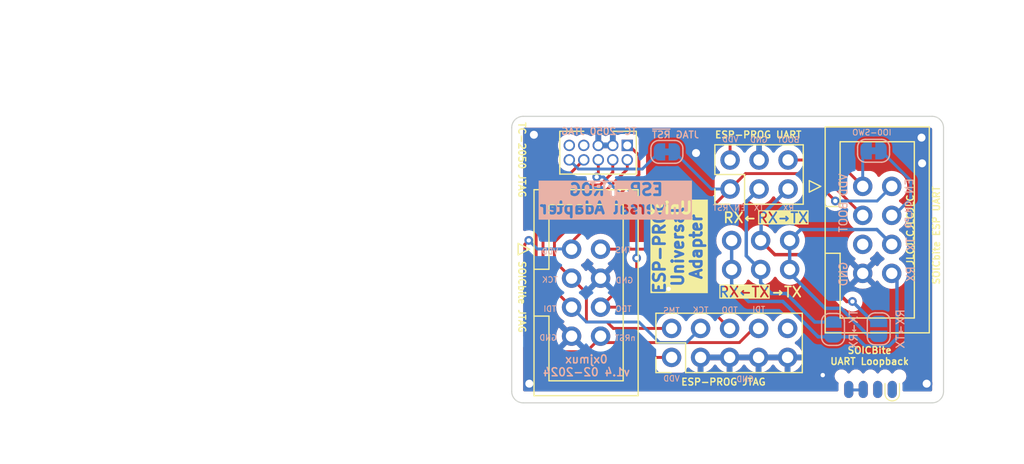
<source format=kicad_pcb>
(kicad_pcb (version 20240108) (generator "pcbnew") (generator_version "8.0")
  (title_block (title "ESP-PROG Universal Adapter") (date "2024-02-19") (rev "v1.4") (company "jacobbokor.com"))
  (layers (0 "F.Cu" signal) (31 "B.Cu" signal) (34 "B.Paste" user) (35 "F.Paste" user) (36 "B.SilkS" user "B.Silkscreen") (37 "F.SilkS" user "F.Silkscreen") (38 "B.Mask" user) (39 "F.Mask" user) (44 "Edge.Cuts" user))
  (net 0 "")
  (net 1 "/VDD_U")
  (net 2 "/ESP_TXD0")
  (net 3 "Earth")
  (net 4 "/ESP_TMS")
  (net 5 "/ESP_RXD0")
  (net 6 "/ESP_EN")
  (net 7 "/CH_PD")
  (net 8 "/ESP_TCK")
  (net 9 "/ESP_TDO")
  (net 10 "/ESP_TDI")
  (net 11 "/ESP_BOOT")
  (net 14 "/JTAG_VDD")
  (net 16 "/ESPPROG_TX")
  (net 17 "/ESPPROG_RX")
  (net 22 "Net-(J5-RX)")
  (net 26 "Net-(J3-~{RESET})")
  (footprint "jmux-footprints:SOIC_clipProgSmall" (layer "F.Cu") (at 147.68 83.455)
    (property "Reference" "J5" (hide yes))
    (property "Value" "SOICBite connector UART Loopback" (hide yes))
    (fp_line (start 1.27 -0.381) (end 1.27 -1.27) (stroke (width 0.1)) (layer "F.SilkS"))
    (fp_line (start 2.54 -0.381) (end 2.54 -1.27) (stroke (width 0.1)) (layer "F.SilkS"))
    (fp_arc (start 2.54 -0.381) (mid 1.905 0.254) (end 1.27 -0.381) (stroke (width 0.1)) (layer "F.SilkS"))
    (pad "" np_thru_hole circle (at -2.54 -1.905) (size 0.7 0.7) (drill 0.7) (layers "*.Cu" "*.Mask"))
    (pad "" np_thru_hole circle (at -1.27 -1.905) (size 0.7 0.7) (drill 0.7) (layers "*.Cu" "*.Mask"))
    (pad "" np_thru_hole circle (at 0 -1.905) (size 0.7 0.7) (drill 0.7) (layers "*.Cu" "*.Mask"))
    (pad "" np_thru_hole circle (at 1.27 -1.905) (size 0.7 0.7) (drill 0.7) (layers "*.Cu" "*.Mask"))
    (pad "" np_thru_hole circle (at 2.54 -1.905) (size 0.7 0.7) (drill 0.7) (layers "*.Cu" "*.Mask"))
    (pad "1" smd oval (at 1.905 -0.75) (size 0.8 1.5) (layers "F.Cu" "F.Mask"))
    (pad "2" smd oval (at 0.635 -0.75) (size 0.8 1.5) (layers "F.Cu" "F.Mask"))
    (pad "3" smd oval (at -0.635 -0.75) (size 0.8 1.5) (layers "F.Cu" "F.Mask"))
    (pad "4" smd oval (at -1.905 -0.75) (size 0.8 1.5) (layers "F.Cu" "F.Mask"))
    (pad "5" smd oval (at -1.905 -0.75) (size 0.8 1.5) (layers "B.Cu" "B.Mask") (net 22 "Net-(J5-RX)"))
    (pad "6" smd oval (at -0.635 -0.75) (size 0.8 1.5) (layers "B.Cu" "B.Mask") (net 22 "Net-(J5-RX)"))
    (pad "7" smd oval (at 0.635 -0.75) (size 0.8 1.5) (layers "B.Cu" "B.Mask"))
    (pad "8" smd oval (at 1.905 -0.75) (size 0.8 1.5) (layers "B.Cu" "B.Mask"))
  )
  (footprint "jmux-footprints:TC-2050-IDC-SOCKET" (layer "F.Cu") (at 117.2684 63.994 -90)
    (property "Reference" "J3" (hide yes))
    (property "Value" "DebugHeader_Cortex-M_JTAG_10p_TagConnect" (hide yes))
    (fp_line (start -3.9 -3.2) (end -3.9 -5.3) (stroke (width 0.12)) (layer "F.SilkS"))
    (fp_line (start -3.85 -3.2) (end -0.15 -3.2) (stroke (width 0.12)) (layer "F.SilkS"))
    (fp_line (start -3.9 -9.9) (end -3.9 -7.9) (stroke (width 0.12)) (layer "F.SilkS"))
    (fp_line (start -3.9 -9.9) (end -0.15 -9.9) (stroke (width 0.12)) (layer "F.SilkS"))
    (fp_line (start -0.15 -9.9) (end -0.15 -3.2) (stroke (width 0.12)) (layer "F.SilkS"))
    (pad "1" thru_hole rect (at -2.664 -9.1116 270) (size 1 1) (drill 0.7) (layers "*.Cu" "*.Mask") (net 14 "/JTAG_VDD"))
    (pad "2" thru_hole oval (at -1.394 -9.1116 270) (size 1 1) (drill 0.7) (layers "*.Cu" "*.Mask") (net 4 "/ESP_TMS"))
    (pad "3" thru_hole oval (at -2.664 -7.8416 270) (size 1 1) (drill 0.7) (layers "*.Cu" "*.Mask") (net 3 "Earth"))
    (pad "4" thru_hole oval (at -1.394 -7.8416 270) (size 1 1) (drill 0.7) (layers "*.Cu" "*.Mask") (net 8 "/ESP_TCK"))
    (pad "5" thru_hole oval (at -2.664 -6.5716 270) (size 1 1) (drill 0.7) (layers "*.Cu" "*.Mask") (net 3 "Earth"))
    (pad "6" thru_hole oval (at -1.394 -6.5716 270) (size 1 1) (drill 0.7) (layers "*.Cu" "*.Mask") (net 9 "/ESP_TDO"))
    (pad "7" thru_hole oval (at -2.664 -5.3016 270) (size 1 1) (drill 0.7) (layers "*.Cu" "*.Mask"))
    (pad "8" thru_hole oval (at -1.394 -5.3016 270) (size 1 1) (drill 0.7) (layers "*.Cu" "*.Mask") (net 10 "/ESP_TDI"))
    (pad "9" thru_hole oval (at -2.664 -4.0316 270) (size 1 1) (drill 0.7) (layers "*.Cu" "*.Mask"))
    (pad "10" thru_hole oval (at -1.394 -4.0316 270) (size 1 1) (drill 0.7) (layers "*.Cu" "*.Mask") (net 26 "Net-(J3-~{RESET})"))
  )
  (footprint "Connector_IDC:IDC-Header_2x04_P2.54mm_Vertical" (layer "F.Cu") (at 147 64.92)
    (property "Reference" "J7" (hide yes))
    (property "Value" "SOICBite IDC UART" (hide yes))
    (fp_line (start -4.68 -0.5) (end -4.68 0.5) (stroke (width 0.12)) (layer "F.SilkS"))
    (fp_line (start -4.68 0.5) (end -3.68 0) (stroke (width 0.12)) (layer "F.SilkS"))
    (fp_line (start -3.68 0) (end -4.68 -0.5) (stroke (width 0.12)) (layer "F.SilkS"))
    (fp_line (start -3.29 -5.21) (end 5.83 -5.21) (stroke (width 0.12)) (layer "F.SilkS"))
    (fp_line (start -3.29 1.76) (end -1.98 1.76) (stroke (width 0.12)) (layer "F.SilkS"))
    (fp_line (start -3.29 12.83) (end -3.29 -5.21) (stroke (width 0.12)) (layer "F.SilkS"))
    (fp_line (start -1.98 -3.91) (end 4.52 -3.91) (stroke (width 0.12)) (layer "F.SilkS"))
    (fp_line (start -1.98 1.76) (end -1.98 -3.91) (stroke (width 0.12)) (layer "F.SilkS"))
    (fp_line (start -1.98 5.86) (end -3.29 5.86) (stroke (width 0.12)) (layer "F.SilkS"))
    (fp_line (start -1.98 5.86) (end -1.98 5.86) (stroke (width 0.12)) (layer "F.SilkS"))
    (fp_line (start -1.98 11.53) (end -1.98 5.86) (stroke (width 0.12)) (layer "F.SilkS"))
    (fp_line (start 4.52 -3.91) (end 4.52 11.53) (stroke (width 0.12)) (layer "F.SilkS"))
    (fp_line (start 4.52 11.53) (end -1.98 11.53) (stroke (width 0.12)) (layer "F.SilkS"))
    (fp_line (start 5.83 -5.21) (end 5.83 12.83) (stroke (width 0.12)) (layer "F.SilkS"))
    (fp_line (start 5.83 12.83) (end -3.29 12.83) (stroke (width 0.12)) (layer "F.SilkS"))
    (pad "1" thru_hole circle (at 0 0) (size 1.7 1.7) (drill 1) (layers "*.Cu" "*.Mask") (net 1 "/VDD_U"))
    (pad "2" thru_hole circle (at 2.54 0) (size 1.7 1.7) (drill 1) (layers "*.Cu" "*.Mask") (net 6 "/ESP_EN"))
    (pad "3" thru_hole circle (at 0 2.54) (size 1.7 1.7) (drill 1) (layers "*.Cu" "*.Mask") (net 11 "/ESP_BOOT"))
    (pad "4" thru_hole circle (at 2.54 2.54) (size 1.7 1.7) (drill 1) (layers "*.Cu" "*.Mask") (net 7 "/CH_PD"))
    (pad "5" thru_hole circle (at 0 5.08) (size 1.7 1.7) (drill 1) (layers "*.Cu" "*.Mask"))
    (pad "6" thru_hole circle (at 2.54 5.08) (size 1.7 1.7) (drill 1) (layers "*.Cu" "*.Mask") (net 2 "/ESP_TXD0"))
    (pad "7" thru_hole circle (at 0 7.62) (size 1.7 1.7) (drill 1) (layers "*.Cu" "*.Mask") (net 3 "Earth"))
    (pad "8" thru_hole circle (at 2.54 7.62) (size 1.7 1.7) (drill 1) (layers "*.Cu" "*.Mask") (net 5 "/ESP_RXD0"))
  )
  (footprint "Connector_PinSocket_2.54mm:PinSocket_2x03_P2.54mm_Vertical" (layer "F.Cu") (at 135.382 62.611 90)
    (property "Reference" "J2" (hide yes))
    (property "Value" "CONN ESP-PROG" (hide yes))
    (fp_line (start 1.33 -1.33) (end -1.27 -1.33) (stroke (width 0.12)) (layer "F.SilkS"))
    (fp_line (start 1.33 -1.33) (end 1.33 6.41) (stroke (width 0.12)) (layer "F.SilkS"))
    (fp_line (start -1.27 -1.33) (end -1.27 1.27) (stroke (width 0.12)) (layer "F.SilkS"))
    (fp_line (start -2.54 -1.33) (end -3.87 -1.33) (stroke (width 0.12)) (layer "F.SilkS"))
    (fp_line (start -3.87 -1.33) (end -3.87 0) (stroke (width 0.12)) (layer "F.SilkS"))
    (fp_line (start -1.27 1.27) (end -3.87 1.27) (stroke (width 0.12)) (layer "F.SilkS"))
    (fp_line (start -3.87 1.27) (end -3.87 6.41) (stroke (width 0.12)) (layer "F.SilkS"))
    (fp_line (start 1.33 6.41) (end -3.87 6.41) (stroke (width 0.12)) (layer "F.SilkS"))
    (pad "1" thru_hole circle (at -2.54 0 90) (size 1.7 1.7) (drill 1) (layers "*.Cu" "*.Mask") (net 6 "/ESP_EN"))
    (pad "2" thru_hole oval (at 0 0 90) (size 1.7 1.7) (drill 1) (layers "*.Cu" "*.Mask") (net 1 "/VDD_U"))
    (pad "3" thru_hole oval (at -2.54 2.54 90) (size 1.7 1.7) (drill 1) (layers "*.Cu" "*.Mask") (net 16 "/ESPPROG_TX"))
    (pad "4" thru_hole oval (at 0 2.54 90) (size 1.7 1.7) (drill 1) (layers "*.Cu" "*.Mask") (net 3 "Earth"))
    (pad "5" thru_hole oval (at -2.54 5.08 90) (size 1.7 1.7) (drill 1) (layers "*.Cu" "*.Mask") (net 17 "/ESPPROG_RX"))
    (pad "6" thru_hole oval (at 0 5.08 90) (size 1.7 1.7) (drill 1) (layers "*.Cu" "*.Mask") (net 11 "/ESP_BOOT"))
  )
  (footprint "Connector_PinHeader_2.54mm:PinHeader_2x03_P2.54mm_Vertical" (layer "F.Cu") (at 135.52 72.2 90)
    (property "Reference" "JP1" (hide yes))
    (property "Value" "ESPPROG_TX_RX_JUMP")
    (pad "1" thru_hole circle (at 0 0 90) (size 1.7 1.7) (drill 1) (layers "*.Cu" "*.Mask") (net 5 "/ESP_RXD0"))
    (pad "2" thru_hole oval (at 2.54 0 90) (size 1.7 1.7) (drill 1) (layers "*.Cu" "*.Mask") (net 5 "/ESP_RXD0"))
    (pad "3" thru_hole oval (at 0 2.54 90) (size 1.7 1.7) (drill 1) (layers "*.Cu" "*.Mask") (net 16 "/ESPPROG_TX"))
    (pad "4" thru_hole oval (at 2.54 2.54 90) (size 1.7 1.7) (drill 1) (layers "*.Cu" "*.Mask") (net 17 "/ESPPROG_RX"))
    (pad "5" thru_hole oval (at 0 5.08 90) (size 1.7 1.7) (drill 1) (layers "*.Cu" "*.Mask") (net 2 "/ESP_TXD0"))
    (pad "6" thru_hole oval (at 2.54 5.08 90) (size 1.7 1.7) (drill 1) (layers "*.Cu" "*.Mask") (net 2 "/ESP_TXD0"))
  )
  (footprint "Connector_IDC:IDC-Header_2x04_P2.54mm_Vertical" (layer "F.Cu") (at 121.5 70.42)
    (property "Reference" "J9" (hide yes))
    (property "Value" "SOICBite IDC JTAG" (hide yes))
    (fp_line (start -4.68 -0.5) (end -4.68 0.5) (stroke (width 0.12)) (layer "F.SilkS"))
    (fp_line (start -4.68 0.5) (end -3.68 0) (stroke (width 0.12)) (layer "F.SilkS"))
    (fp_line (start -3.68 0) (end -4.68 -0.5) (stroke (width 0.12)) (layer "F.SilkS"))
    (fp_line (start -3.29 -5.21) (end 5.83 -5.21) (stroke (width 0.12)) (layer "F.SilkS"))
    (fp_line (start -3.29 1.76) (end -1.98 1.76) (stroke (width 0.12)) (layer "F.SilkS"))
    (fp_line (start -3.29 12.83) (end -3.29 -5.21) (stroke (width 0.12)) (layer "F.SilkS"))
    (fp_line (start -1.98 -3.91) (end 4.52 -3.91) (stroke (width 0.12)) (layer "F.SilkS"))
    (fp_line (start -1.98 1.76) (end -1.98 -3.91) (stroke (width 0.12)) (layer "F.SilkS"))
    (fp_line (start -1.98 5.86) (end -3.29 5.86) (stroke (width 0.12)) (layer "F.SilkS"))
    (fp_line (start -1.98 5.86) (end -1.98 5.86) (stroke (width 0.12)) (layer "F.SilkS"))
    (fp_line (start -1.98 11.53) (end -1.98 5.86) (stroke (width 0.12)) (layer "F.SilkS"))
    (fp_line (start 4.52 -3.91) (end 4.52 11.53) (stroke (width 0.12)) (layer "F.SilkS"))
    (fp_line (start 4.52 11.53) (end -1.98 11.53) (stroke (width 0.12)) (layer "F.SilkS"))
    (fp_line (start 5.83 -5.21) (end 5.83 12.83) (stroke (width 0.12)) (layer "F.SilkS"))
    (fp_line (start 5.83 12.83) (end -3.29 12.83) (stroke (width 0.12)) (layer "F.SilkS"))
    (pad "1" thru_hole circle (at 0 0) (size 1.7 1.7) (drill 1) (layers "*.Cu" "*.Mask") (net 14 "/JTAG_VDD"))
    (pad "2" thru_hole circle (at 2.54 0) (size 1.7 1.7) (drill 1) (layers "*.Cu" "*.Mask") (net 6 "/ESP_EN"))
    (pad "3" thru_hole circle (at 0 2.54) (size 1.7 1.7) (drill 1) (layers "*.Cu" "*.Mask") (net 4 "/ESP_TMS"))
    (pad "4" thru_hole circle (at 2.54 2.54) (size 1.7 1.7) (drill 1) (layers "*.Cu" "*.Mask") (net 3 "Earth"))
    (pad "5" thru_hole circle (at 0 5.08) (size 1.7 1.7) (drill 1) (layers "*.Cu" "*.Mask") (net 8 "/ESP_TCK"))
    (pad "6" thru_hole circle (at 2.54 5.08) (size 1.7 1.7) (drill 1) (layers "*.Cu" "*.Mask") (net 9 "/ESP_TDO"))
    (pad "7" thru_hole circle (at 0 7.62) (size 1.7 1.7) (drill 1) (layers "*.Cu" "*.Mask") (net 3 "Earth"))
    (pad "8" thru_hole circle (at 2.54 7.62) (size 1.7 1.7) (drill 1) (layers "*.Cu" "*.Mask") (net 10 "/ESP_TDI"))
  )
  (footprint "Jumper:SolderJumper-2_P1.3mm_Bridged_RoundedPad1.0x1.5mm" (layer "B.Cu") (at 147.95 61.8 180)
    (property "Reference" "JP2" (hide yes))
    (property "Value" "CH_PD EN" (hide yes))
    (fp_poly (pts (xy 0.25 0.3) (xy -0.25 0.3) (xy -0.25 -0.3) (xy 0.25 -0.3)) (fill solid) (layer "B.Cu"))
    (fp_line (start 1.4 0.3) (end 1.4 -0.3) (stroke (width 0.12)) (layer "B.SilkS"))
    (fp_line (start 0.7 -1) (end -0.7 -1) (stroke (width 0.12)) (layer "B.SilkS"))
    (fp_line (start -0.7 1) (end 0.7 1) (stroke (width 0.12)) (layer "B.SilkS"))
    (fp_line (start -1.4 -0.3) (end -1.4 0.3) (stroke (width 0.12)) (layer "B.SilkS"))
    (fp_arc (start 1.4 0.3) (mid 1.194975 0.794975) (end 0.7 1) (stroke (width 0.12)) (layer "B.SilkS"))
    (fp_arc (start 0.7 -1) (mid 1.194975 -0.794975) (end 1.4 -0.3) (stroke (width 0.12)) (layer "B.SilkS"))
    (fp_arc (start -0.7 1) (mid -1.194975 0.794975) (end -1.4 0.3) (stroke (width 0.12)) (layer "B.SilkS"))
    (fp_arc (start -1.4 -0.3) (mid -1.194975 -0.794975) (end -0.7 -1) (stroke (width 0.12)) (layer "B.SilkS"))
    (pad "1" smd custom (at -0.65 0 180) (size 1 0.5) (layers "B.Cu" "B.Mask") (net 7 "/CH_PD") (options (clearance outline) (anchor rect)) (primitives (gr_circle (center 0 -0.25) (end 0.5 -0.25) (width 0) (fill yes)) (gr_circle (center 0 0.25) (end 0.5 0.25) (width 0) (fill yes)) (gr_poly (pts (xy 0.5 -0.75) (xy 0 -0.75) (xy 0 0.75) (xy 0.5 0.75)) (width 0) (fill yes))))
    (pad "2" smd custom (at 0.65 0 180) (size 1 0.5) (layers "B.Cu" "B.Mask") (net 1 "/VDD_U") (options (clearance outline) (anchor rect)) (primitives (gr_circle (center 0 -0.25) (end 0.5 -0.25) (width 0) (fill yes)) (gr_circle (center 0 0.25) (end 0.5 0.25) (width 0) (fill yes)) (gr_poly (pts (xy 0 -0.75) (xy -0.5 -0.75) (xy -0.5 0.75) (xy 0 0.75)) (width 0) (fill yes))))
  )
  (footprint "Jumper:SolderJumper-2_P1.3mm_Open_RoundedPad1.0x1.5mm" (layer "B.Cu") (at 144.4 77.45 90)
    (property "Reference" "JP5" (hide yes))
    (property "Value" "TX→RX\n" (at 0 1.8 -90) (layer "B.SilkS") (effects (font (size 0.7 0.7) (thickness 0.11)) (justify mirror)))
    (fp_line (start 0.7 -1) (end -0.7 -1) (stroke (width 0.12)) (layer "B.SilkS"))
    (fp_line (start -1.4 -0.3) (end -1.4 0.3) (stroke (width 0.12)) (layer "B.SilkS"))
    (fp_line (start 1.4 0.3) (end 1.4 -0.3) (stroke (width 0.12)) (layer "B.SilkS"))
    (fp_line (start -0.7 1) (end 0.7 1) (stroke (width 0.12)) (layer "B.SilkS"))
    (fp_arc (start 0.7 -1) (mid 1.194975 -0.794975) (end 1.4 -0.3) (stroke (width 0.12)) (layer "B.SilkS"))
    (fp_arc (start -1.4 -0.3) (mid -1.194975 -0.794975) (end -0.7 -1) (stroke (width 0.12)) (layer "B.SilkS"))
    (fp_arc (start 1.4 0.3) (mid 1.194975 0.794975) (end 0.7 1) (stroke (width 0.12)) (layer "B.SilkS"))
    (fp_arc (start -0.7 1) (mid -1.194975 0.794975) (end -1.4 0.3) (stroke (width 0.12)) (layer "B.SilkS"))
    (pad "1" smd custom (at -0.65 0 90) (size 1 0.5) (layers "B.Cu" "B.Mask") (net 5 "/ESP_RXD0") (options (clearance outline) (anchor rect)) (primitives (gr_circle (center 0 -0.25) (end 0.5 -0.25) (width 0) (fill yes)) (gr_circle (center 0 0.25) (end 0.5 0.25) (width 0) (fill yes)) (gr_poly (pts (xy 0.5 -0.75) (xy 0 -0.75) (xy 0 0.75) (xy 0.5 0.75)) (width 0) (fill yes))))
    (pad "2" smd custom (at 0.65 0 90) (size 1 0.5) (layers "B.Cu" "B.Mask") (net 16 "/ESPPROG_TX") (options (clearance outline) (anchor rect)) (primitives (gr_circle (center 0 -0.25) (end 0.5 -0.25) (width 0) (fill yes)) (gr_circle (center 0 0.25) (end 0.5 0.25) (width 0) (fill yes)) (gr_poly (pts (xy 0 -0.75) (xy -0.5 -0.75) (xy -0.5 0.75) (xy 0 0.75)) (width 0) (fill yes))))
  )
  (footprint "Connector_PinSocket_2.54mm:PinSocket_2x05_P2.54mm_Vertical" (layer "B.Cu") (at 130.26 79.9 -90)
    (property "Reference" "J1" (hide yes))
    (property "Value" "Conn_02x05_Odd_Even" (hide yes))
    (fp_line (start -3.87 1.3728) (end -1.27 1.3728) (stroke (width 0.12)) (layer "F.SilkS"))
    (fp_line (start -3.87 1.3728) (end -3.87 -11.4472) (stroke (width 0.12)) (layer "F.SilkS"))
    (fp_line (start -1.27 1.3728) (end -1.27 -1.2272) (stroke (width 0.12)) (layer "F.SilkS"))
    (fp_line (start 0 1.3728) (end 1.33 1.3728) (stroke (width 0.12)) (layer "F.SilkS"))
    (fp_line (start 1.33 1.3728) (end 1.33 0.0428) (stroke (width 0.12)) (layer "F.SilkS"))
    (fp_line (start -1.27 -1.2272) (end 1.33 -1.2272) (stroke (width 0.12)) (layer "F.SilkS"))
    (fp_line (start 1.33 -1.2272) (end 1.33 -11.4472) (stroke (width 0.12)) (layer "F.SilkS"))
    (fp_line (start -3.87 -11.4472) (end 1.33 -11.4472) (stroke (width 0.12)) (layer "F.SilkS"))
    (pad "1" thru_hole circle (at 0 0 270) (size 1.7 1.7) (drill 1) (layers "*.Cu" "*.Mask") (net 14 "/JTAG_VDD"))
    (pad "2" thru_hole oval (at -2.54 0 270) (size 1.7 1.7) (drill 1) (layers "*.Cu" "*.Mask") (net 4 "/ESP_TMS"))
    (pad "3" thru_hole oval (at 0 -2.54 270) (size 1.7 1.7) (drill 1) (layers "*.Cu" "*.Mask") (net 3 "Earth"))
    (pad "4" thru_hole oval (at -2.54 -2.54 270) (size 1.7 1.7) (drill 1) (layers "*.Cu" "*.Mask") (net 8 "/ESP_TCK"))
    (pad "5" thru_hole oval (at 0 -5.08 270) (size 1.7 1.7) (drill 1) (layers "*.Cu" "*.Mask") (net 3 "Earth"))
    (pad "6" thru_hole oval (at -2.54 -5.08 270) (size 1.7 1.7) (drill 1) (layers "*.Cu" "*.Mask") (net 9 "/ESP_TDO"))
    (pad "7" thru_hole oval (at 0 -7.62 270) (size 1.7 1.7) (drill 1) (layers "*.Cu" "*.Mask") (net 3 "Earth"))
    (pad "8" thru_hole oval (at -2.54 -7.62 270) (size 1.7 1.7) (drill 1) (layers "*.Cu" "*.Mask") (net 10 "/ESP_TDI"))
    (pad "9" thru_hole oval (at 0 -10.16 270) (size 1.7 1.7) (drill 1) (layers "*.Cu" "*.Mask") (net 3 "Earth"))
    (pad "10" thru_hole oval (at -2.54 -10.16 270) (size 1.7 1.7) (drill 1) (layers "*.Cu" "*.Mask"))
  )
  (footprint "Jumper:SolderJumper-2_P1.3mm_Bridged_RoundedPad1.0x1.5mm" (layer "B.Cu") (at 129.85 61.9)
    (property "Reference" "JP7" (hide yes))
    (property "Value" "JTAG ~{RST}" (at 0.75 -1.5 0) (layer "B.SilkS") (effects (font (size 0.6 0.6) (thickness 0.11)) (justify mirror)))
    (fp_poly (pts (xy 0.25 0.3) (xy -0.25 0.3) (xy -0.25 -0.3) (xy 0.25 -0.3)) (fill solid) (layer "B.Cu"))
    (fp_line (start -1.4 -0.3) (end -1.4 0.3) (stroke (width 0.12)) (layer "B.SilkS"))
    (fp_line (start -0.7 1) (end 0.7 1) (stroke (width 0.12)) (layer "B.SilkS"))
    (fp_line (start 0.7 -1) (end -0.7 -1) (stroke (width 0.12)) (layer "B.SilkS"))
    (fp_line (start 1.4 0.3) (end 1.4 -0.3) (stroke (width 0.12)) (layer "B.SilkS"))
    (fp_arc (start -1.4 -0.3) (mid -1.194975 -0.794975) (end -0.7 -1) (stroke (width 0.12)) (layer "B.SilkS"))
    (fp_arc (start -0.7 1) (mid -1.194975 0.794975) (end -1.4 0.3) (stroke (width 0.12)) (layer "B.SilkS"))
    (fp_arc (start 0.7 -1) (mid 1.194975 -0.794975) (end 1.4 -0.3) (stroke (width 0.12)) (layer "B.SilkS"))
    (fp_arc (start 1.4 0.3) (mid 1.194975 0.794975) (end 0.7 1) (stroke (width 0.12)) (layer "B.SilkS"))
    (pad "1" smd custom (at -0.65 0) (size 1 0.5) (layers "B.Cu" "B.Mask") (net 26 "Net-(J3-~{RESET})") (options (clearance outline) (anchor rect)) (primitives (gr_circle (center 0 -0.25) (end 0.5 -0.25) (width 0) (fill yes)) (gr_circle (center 0 0.25) (end 0.5 0.25) (width 0) (fill yes)) (gr_poly (pts (xy 0.5 -0.75) (xy 0 -0.75) (xy 0 0.75) (xy 0.5 0.75)) (width 0) (fill yes))))
    (pad "2" smd custom (at 0.65 0) (size 1 0.5) (layers "B.Cu" "B.Mask") (net 6 "/ESP_EN") (options (clearance outline) (anchor rect)) (primitives (gr_circle (center 0 -0.25) (end 0.5 -0.25) (width 0) (fill yes)) (gr_circle (center 0 0.25) (end 0.5 0.25) (width 0) (fill yes)) (gr_poly (pts (xy 0 -0.75) (xy -0.5 -0.75) (xy -0.5 0.75) (xy 0 0.75)) (width 0) (fill yes))))
  )
  (footprint "Jumper:SolderJumper-2_P1.3mm_Open_RoundedPad1.0x1.5mm" (layer "B.Cu") (at 148.4 77.4 -90)
    (property "Reference" "JP6" (hide yes))
    (property "Value" "RX→TX" (at 0 -1.9 90) (layer "B.SilkS") (effects (font (size 0.7 0.7) (thickness 0.11)) (justify mirror)))
    (fp_line (start -0.7 1) (end 0.7 1) (stroke (width 0.12)) (layer "B.SilkS"))
    (fp_line (start 1.4 0.3) (end 1.4 -0.3) (stroke (width 0.12)) (layer "B.SilkS"))
    (fp_line (start -1.4 -0.3) (end -1.4 0.3) (stroke (width 0.12)) (layer "B.SilkS"))
    (fp_line (start 0.7 -1) (end -0.7 -1) (stroke (width 0.12)) (layer "B.SilkS"))
    (fp_arc (start -0.7 1) (mid -1.194975 0.794975) (end -1.4 0.3) (stroke (width 0.12)) (layer "B.SilkS"))
    (fp_arc (start 1.4 0.3) (mid 1.194975 0.794975) (end 0.7 1) (stroke (width 0.12)) (layer "B.SilkS"))
    (fp_arc (start -1.4 -0.3) (mid -1.194975 -0.794975) (end -0.7 -1) (stroke (width 0.12)) (layer "B.SilkS"))
    (fp_arc (start 0.7 -1) (mid 1.194975 -0.794975) (end 1.4 -0.3) (stroke (width 0.12)) (layer "B.SilkS"))
    (pad "1" smd custom (at -0.65 0 270) (size 1 0.5) (layers "B.Cu" "B.Mask") (net 17 "/ESPPROG_RX") (options (clearance outline) (anchor rect)) (primitives (gr_circle (center 0 -0.25) (end 0.5 -0.25) (width 0) (fill yes)) (gr_circle (center 0 0.25) (end 0.5 0.25) (width 0) (fill yes)) (gr_poly (pts (xy 0.5 -0.75) (xy 0 -0.75) (xy 0 0.75) (xy 0.5 0.75)) (width 0) (fill yes))))
    (pad "2" smd custom (at 0.65 0 270) (size 1 0.5) (layers "B.Cu" "B.Mask") (net 2 "/ESP_TXD0") (options (clearance outline) (anchor rect)) (primitives (gr_circle (center 0 -0.25) (end 0.5 -0.25) (width 0) (fill yes)) (gr_circle (center 0 0.25) (end 0.5 0.25) (width 0) (fill yes)) (gr_poly (pts (xy 0 -0.75) (xy -0.5 -0.75) (xy -0.5 0.75) (xy 0 0.75)) (width 0) (fill yes))))
  )
  (gr_line (start 154.078 59.785) (end 154.078 82.88) (stroke (width 0.1)) (layer "Edge.Cuts"))
  (gr_line (start 116.257107 82.88) (end 116.257107 59.785) (stroke (width 0.1)) (layer "Edge.Cuts"))
  (gr_line (start 117.257107 58.785) (end 153.078 58.785) (stroke (width 0.1)) (layer "Edge.Cuts"))
  (gr_arc (start 154.078 82.88) (mid 153.785107 83.587107) (end 153.078 83.88) (stroke (width 0.1)) (layer "Edge.Cuts"))
  (gr_arc (start 117.257107 83.88) (mid 116.55 83.587107) (end 116.257107 82.88) (stroke (width 0.1)) (layer "Edge.Cuts"))
  (gr_arc (start 153.078 58.785) (mid 153.785107 59.077893) (end 154.078 59.785) (stroke (width 0.1)) (layer "Edge.Cuts"))
  (gr_arc (start 116.257107 59.785) (mid 116.55 59.077893) (end 117.257107 58.785) (stroke (width 0.1)) (layer "Edge.Cuts"))
  (gr_line (start 153.078 83.88) (end 117.257107 83.88) (stroke (width 0.1)) (layer "Edge.Cuts"))
  (gr_text "nRST" (at 126.2 78.2 0) (layer "B.SilkS") (effects (font (size 0.5 0.5) (thickness 0.08)) (justify mirror)))
  (gr_text "BOOT" (at 140.5 60.833 0) (layer "B.SilkS") (effects (font (size 0.5 0.5) (thickness 0.08)) (justify mirror)))
  (gr_text "TDI" (at 137.9 75.7 0) (layer "B.SilkS") (effects (font (size 0.5 0.5) (thickness 0.08)) (justify mirror)))
  (gr_text "TCK" (at 132.8 75.75 0) (layer "B.SilkS") (effects (font (size 0.5 0.5) (thickness 0.08)) (justify mirror)))
  (gr_text "GND" (at 136.7 81.8 0) (layer "B.SilkS") (effects (font (size 0.5 0.5) (thickness 0.08)) (justify mirror)))
  (gr_text "GND" (at 126.125 73.15 0) (layer "B.SilkS") (effects (font (size 0.5 0.5) (thickness 0.08)) (justify mirror)))
  (gr_text "RX" (at 140.5 66.8 0) (layer "B.SilkS") (effects (font (size 0.5 0.5) (thickness 0.08)) (justify mirror)))
  (gr_text "TX" (at 151.2 70 90) (layer "B.SilkS") (effects (font (size 0.7 0.7) (thickness 0.11)) (justify mirror)))
  (gr_text "VDD" (at 130.25 81.75 0) (layer "B.SilkS") (effects (font (size 0.5 0.5) (thickness 0.08)) (justify mirror)))
  (gr_text "EN" (at 151.1 64.9 90) (layer "B.SilkS") (effects (font (size 0.7 0.7) (thickness 0.11)) (justify mirror)))
  (gr_text "GND" (at 145.3 72.6 90) (layer "B.SilkS") (effects (font (size 0.7 0.7) (thickness 0.11)) (justify mirror)))
  (gr_text "EN/RST" (at 135.3 66.8 0) (layer "B.SilkS") (effects (font (size 0.5 0.5) (thickness 0.08)) (justify mirror)))
  (gr_text "TDI" (at 119.6 75.65 0) (layer "B.SilkS") (effects (font (size 0.5 0.5) (thickness 0.08)) (justify mirror)))
  (gr_text "GND" (at 119.45 78.175 0) (layer "B.SilkS") (effects (font (size 0.5 0.5) (thickness 0.08)) (justify mirror)))
  (gr_text "CH_PD" (at 151 67.4 90) (layer "B.SilkS") (effects (font (size 0.5 0.5) (thickness 0.1) (bold yes)) (justify mirror)))
  (gr_text "TX" (at 137.9 66.8 0) (layer "B.SilkS") (effects (font (size 0.5 0.5) (thickness 0.08)) (justify mirror)))
  (gr_text "VDD" (at 119.6 70.625 0) (layer "B.SilkS") (effects (font (size 0.5 0.5) (thickness 0.08)) (justify mirror)))
  (gr_text "TMS" (at 126.05 70.5 0) (layer "B.SilkS") (effects (font (size 0.5 0.5) (thickness 0.08)) (justify mirror)))
  (gr_text "IO0-SWO" (at 147.8 60.2 0) (layer "B.SilkS") (effects (font (size 0.5 0.5) (thickness 0.08)) (justify mirror)))
  (gr_text "TMS" (at 130.25 75.8 0) (layer "B.SilkS") (effects (font (size 0.5 0.5) (thickness 0.08)) (justify mirror)))
  (gr_text "ESP-PROG\nUniversal Adapter" (at 125.4 67.4 0) (layer "B.SilkS" knockout) (effects (font (size 1 1) (thickness 0.24) (bold yes)) (justify bottom mirror)))
  (gr_text "BOOT" (at 145.3 67.6 90) (layer "B.SilkS") (effects (font (size 0.7 0.7) (thickness 0.11)) (justify mirror)))
  (gr_text "RX" (at 151.2 72.6 90) (layer "B.SilkS") (effects (font (size 0.7 0.7) (thickness 0.11)) (justify mirror)))
  (gr_text "TC-2050 JTAG" (at 123.9 60.45 0) (layer "B.SilkS") (effects (font (size 0.6 0.6) (thickness 0.12) (bold yes)) (justify bottom mirror)))
  (gr_text "TDO" (at 135.35 75.75 0) (layer "B.SilkS") (effects (font (size 0.5 0.5) (thickness 0.08)) (justify mirror)))
  (gr_text "TCK" (at 119.6 73.1 0) (layer "B.SilkS") (effects (font (size 0.5 0.5) (thickness 0.08)) (justify mirror)))
  (gr_text "GND" (at 137.9 60.833 0) (layer "B.SilkS") (effects (font (size 0.5 0.5) (thickness 0.08)) (justify mirror)))
  (gr_text "VDD" (at 135.4 60.8 0) (layer "B.SilkS") (effects (font (size 0.5 0.5) (thickness 0.08)) (justify mirror)))
  (gr_text "0xjmux\nv1.4 02-2024" (at 122.8 81.6 0) (layer "B.SilkS") (effects (font (size 0.7 0.7) (thickness 0.13) (bold yes)) (justify bottom mirror)))
  (gr_text "TDO" (at 126.05 75.65 0) (layer "B.SilkS") (effects (font (size 0.5 0.5) (thickness 0.08)) (justify mirror)))
  (gr_text "VDD" (at 145.3 64.8 90) (layer "B.SilkS") (effects (font (size 0.7 0.7) (thickness 0.11)) (justify mirror)))
  (gr_text "SOICbite JTAG" (at 116.8 74.6 270) (layer "F.SilkS") (effects (font (size 0.6 0.6) (thickness 0.12) (bold yes)) (justify bottom)))
  (gr_text "RX→TX" (at 137.7 68.2 0) (layer "F.SilkS" knockout) (effects (font (size 0.9 0.9)) (justify left bottom)))
  (gr_text "RX←" (at 134.7 68.2 0) (layer "F.SilkS") (effects (font (size 0.9 0.9)) (justify left bottom)))
  (gr_text "ESP-PROG JTAG" (at 134.8 82.4 0) (layer "F.SilkS") (effects (font (size 0.6 0.6) (thickness 0.12) (bold yes)) (justify bottom)))
  (gr_text "ESP-PROG UART" (at 137.85 60.75 0) (layer "F.SilkS") (effects (font (size 0.6 0.6) (thickness 0.12) (bold yes)) (justify bottom)))
  (gr_text "ESP-PROG\nUniversal\nAdapter" (at 133 70.2 90) (layer "F.SilkS" knockout) (effects (font (size 1 1) (thickness 0.24) (bold yes)) (justify bottom)))
  (gr_text "JLCJLCJLCJLC" (at 151.52 68.73 90) (layer "F.SilkS") (effects (font (size 0.6 0.6) (thickness 0.12) (bold yes)) (justify bottom)))
  (gr_text "SOICbite ESP UART" (at 153.8 69.2 90) (layer "F.SilkS") (effects (font (size 0.6 0.6) (thickness 0.12) (bold yes)) (justify bottom)))
  (gr_text "RX←TX\n" (at 134.3 74.7 0) (layer "F.SilkS" knockout) (effects (font (size 0.9 0.9)) (justify left bottom)))
  (gr_text "TC-2050 JTAG" (at 116.8 62.6 270) (layer "F.SilkS") (effects (font (size 0.6 0.6) (thickness 0.12) (bold yes)) (justify bottom)))
  (gr_text "SOICBite\nUART Loopback" (at 147.6 80.6 0) (layer "F.SilkS") (effects (font (size 0.6 0.6) (thickness 0.12) (bold yes)) (justify bottom)))
  (gr_text "→TX\n" (at 138.9 74.7 0) (layer "F.SilkS") (effects (font (size 0.9 0.9)) (justify left bottom)))
  (segment (start 147 64.92) (end 142.88 60.8) (width 0.254) (layer "F.Cu") (net 1))
  (segment (start 135.382 60.8) (end 135.382 62.611) (width 0.254) (layer "F.Cu") (net 1))
  (segment (start 135.382 60.8) (end 142.88 60.8) (width 0.254) (layer "F.Cu") (net 1))
  (segment (start 147 64.92) (end 147 62.1) (width 0.254) (layer "B.Cu") (net 1))
  (segment (start 148.24 68.7) (end 149.54 70) (width 0.3) (layer "B.Cu") (net 2))
  (segment (start 147.55 78.05) (end 145.1 75.6) (width 0.3) (layer "B.Cu") (net 2))
  (segment (start 143.7 75.6) (end 140.6 72.5) (width 0.3) (layer "B.Cu") (net 2))
  (segment (start 148.4 78.05) (end 147.55 78.05) (width 0.3) (layer "B.Cu") (net 2))
  (segment (start 140.6 69.66) (end 140.6 72.2) (width 0.3) (layer "B.Cu") (net 2))
  (segment (start 141.56 68.7) (end 148.24 68.7) (width 0.3) (layer "B.Cu") (net 2))
  (segment (start 145.1 75.6) (end 143.7 75.6) (width 0.3) (layer "B.Cu") (net 2))
  (segment (start 140.6 69.66) (end 141.56 68.7) (width 0.3) (layer "B.Cu") (net 2))
  (via (at 143.5 81.45) (size 0.762) (drill 0.381) (layers "F.Cu" "B.Cu") (net 3))
  (via (at 152.15 60.65) (size 1) (drill 0.7) (layers "F.Cu" "B.Cu") (net 3))
  (via (at 132.4 62) (size 1) (drill 0.7) (layers "F.Cu" "B.Cu") (net 3))
  (via (at 152.6 82.2) (size 1) (drill 0.7) (layers "F.Cu" "B.Cu") (net 3))
  (via (at 118.2 60.4) (size 1) (drill 0.7) (layers "F.Cu" "B.Cu") (net 3))
  (via (at 152.2 62.9) (size 1) (drill 0.7) (layers "F.Cu" "B.Cu") (net 3))
  (via (at 130 73.9) (size 0.762) (drill 0.381) (layers "F.Cu" "B.Cu") (net 3))
  (via (at 117.8 82.2) (size 1) (drill 0.7) (layers "F.Cu" "B.Cu") (net 3))
  (segment (start 125.16 77.36) (end 124.6 76.8) (width 0.254) (layer "F.Cu") (net 4))
  (segment (start 122.8 76.8) (end 122.8 74.26) (width 0.254) (layer "F.Cu") (net 4))
  (segment (start 121.5 72.96) (end 120 71.46) (width 0.254) (layer "F.Cu") (net 4))
  (segment (start 120 69.8) (end 126.38 63.42) (width 0.254) (layer "F.Cu") (net 4))
  (segment (start 126.38 63.42) (end 126.38 62.6) (width 0.254) (layer "F.Cu") (net 4))
  (segment (start 130.26 77.36) (end 125.16 77.36) (width 0.254) (layer "F.Cu") (net 4))
  (segment (start 124.6 76.8) (end 122.8 76.8) (width 0.254) (layer "F.Cu") (net 4))
  (segment (start 122.8 74.26) (end 121.5 72.96) (width 0.254) (layer "F.Cu") (net 4))
  (segment (start 120 71.46) (end 120 69.8) (width 0.254) (layer "F.Cu") (net 4))
  (segment (start 147.2 78.9) (end 149.3 78.9) (width 0.3) (layer "B.Cu") (net 5))
  (segment (start 135.52 73.52) (end 135.52 72.2) (width 0.3) (layer "B.Cu") (net 5))
  (segment (start 146.4 78.1) (end 147.2 78.9) (width 0.3) (layer "B.Cu") (net 5))
  (segment (start 143.1 78.1) (end 140 75) (width 0.3) (layer "B.Cu") (net 5))
  (segment (start 149.3 78.9) (end 150 78.2) (width 0.3) (layer "B.Cu") (net 5))
  (segment (start 137 75) (end 135.52 73.52) (width 0.3) (layer "B.Cu") (net 5))
  (segment (start 144.4 78.1) (end 146.4 78.1) (width 0.3) (layer "B.Cu") (net 5))
  (segment (start 140 75) (end 137 75) (width 0.3) (layer "B.Cu") (net 5))
  (segment (start 150 78.2) (end 150 73) (width 0.3) (layer "B.Cu") (net 5))
  (segment (start 144.4 78.1) (end 143.1 78.1) (width 0.3) (layer "B.Cu") (net 5))
  (segment (start 135.52 69.66) (end 135.52 72.2) (width 0.3) (layer "B.Cu") (net 5))
  (segment (start 144.6 66.2) (end 142.2 63.8) (width 0.254) (layer "F.Cu") (net 6))
  (segment (start 136.733 63.8) (end 135.382 65.151) (width 0.254) (layer "F.Cu") (net 6))
  (segment (start 142.2 63.8) (end 136.733 63.8) (width 0.254) (layer "F.Cu") (net 6))
  (segment (start 124.04 70.42) (end 130.113 70.42) (width 0.254) (layer "F.Cu") (net 6))
  (segment (start 130.113 70.42) (end 135.382 65.151) (width 0.254) (layer "F.Cu") (net 6))
  (via (at 144.6 66.2) (size 0.762) (drill 0.381) (layers "F.Cu" "B.Cu") (net 6))
  (segment (start 133.751 65.151) (end 135.382 65.151) (width 0.25) (layer "B.Cu") (net 6))
  (segment (start 130.5 61.9) (end 133.751 65.151) (width 0.25) (layer "B.Cu") (net 6))
  (segment (start 148.26 66.2) (end 144.6 66.2) (width 0.254) (layer "B.Cu") (net 6))
  (segment (start 149.54 64.92) (end 148.26 66.2) (width 0.254) (layer "B.Cu") (net 6))
  (segment (start 151.2 66) (end 149.74 67.46) (width 0.254) (layer "B.Cu") (net 7))
  (segment (start 148.6 61.8) (end 151.2 64.4) (width 0.254) (layer "B.Cu") (net 7))
  (segment (start 151.2 64.4) (end 151.2 66) (width 0.254) (layer "B.Cu") (net 7))
  (segment (start 119 66.2) (end 120.4 64.8) (width 0.254) (layer "F.Cu") (net 8))
  (segment (start 121.5 75.5) (end 119 73) (width 0.254) (layer "F.Cu") (net 8))
  (segment (start 124 64.8) (end 125.11 63.69) (width 0.254) (layer "F.Cu") (net 8))
  (segment (start 119 73) (end 119 66.2) (width 0.254) (layer "F.Cu") (net 8))
  (segment (start 125.11 63.69) (end 125.11 62.6) (width 0.254) (layer "F.Cu") (net 8))
  (segment (start 120.4 64.8) (end 124 64.8) (width 0.254) (layer "F.Cu") (net 8))
  (segment (start 127.4 76.8) (end 129.2 78.6) (width 0.254) (layer "B.Cu") (net 8))
  (segment (start 129.2 78.6) (end 131.56 78.6) (width 0.254) (layer "B.Cu") (net 8))
  (segment (start 122.8 76.8) (end 127.4 76.8) (width 0.254) (layer "B.Cu") (net 8))
  (segment (start 131.56 78.6) (end 132.8 77.36) (width 0.254) (layer "B.Cu") (net 8))
  (segment (start 121.5 75.5) (end 122.8 76.8) (width 0.254) (layer "B.Cu") (net 8))
  (segment (start 127.2 71.2) (end 127.2 72.34) (width 0.254) (layer "F.Cu") (net 9))
  (segment (start 123.84 63.96) (end 123.84 62.6) (width 0.254) (layer "F.Cu") (net 9))
  (segment (start 133.48 75.5) (end 124.04 75.5) (width 0.254) (layer "F.Cu") (net 9))
  (segment (start 127.2 72.34) (end 124.04 75.5) (width 0.254) (layer "F.Cu") (net 9))
  (segment (start 123.7 64.1) (end 123.84 63.96) (width 0.254) (layer "F.Cu") (net 9))
  (segment (start 135.34 77.36) (end 133.48 75.5) (width 0.254) (layer "F.Cu") (net 9))
  (via (at 127.2 71.2) (size 0.762) (drill 0.381) (layers "F.Cu" "B.Cu") (net 9))
  (via (at 123.7 64.1) (size 0.762) (drill 0.381) (layers "F.Cu" "B.Cu") (net 9))
  (segment (start 123.7 64.1) (end 124.3 64.1) (width 0.254) (layer "B.Cu") (net 9))
  (segment (start 127.2 67) (end 127.2 71.2) (width 0.254) (layer "B.Cu") (net 9))
  (segment (start 124.3 64.1) (end 127.2 67) (width 0.254) (layer "B.Cu") (net 9))
  (segment (start 118.4 78.2) (end 118.4 65.8) (width 0.254) (layer "F.Cu") (net 10))
  (segment (start 124.04 78.16) (end 122.8 79.4) (width 0.254) (layer "F.Cu") (net 10))
  (segment (start 119.6 79.4) (end 118.4 78.2) (width 0.254) (layer "F.Cu") (net 10))
  (segment (start 118.4 65.8) (end 119.8 64.4) (width 0.254) (layer "F.Cu") (net 10))
  (segment (start 119.8 64.4) (end 120.77 64.4) (width 0.254) (layer "F.Cu") (net 10))
  (segment (start 120.77 64.4) (end 122.57 62.6) (width 0.254) (layer "F.Cu") (net 10))
  (segment (start 124.6 78.6) (end 124.04 78.04) (width 0.254) (layer "F.Cu") (net 10))
  (segment (start 137.44 77.36) (end 136.2 78.6) (width 0.254) (layer "F.Cu") (net 10))
  (segment (start 122.8 79.4) (end 119.6 79.4) (width 0.254) (layer "F.Cu") (net 10))
  (segment (start 136.2 78.6) (end 124.6 78.6) (width 0.254) (layer "F.Cu") (net 10))
  (segment (start 140.462 62.611) (end 142.151 62.611) (width 0.254) (layer "F.Cu") (net 11))
  (segment (start 142.151 62.611) (end 147 67.46) (width 0.254) (layer "F.Cu") (net 11))
  (segment (start 126.53 61.33) (end 127.4 62.2) (width 0.25) (layer "F.Cu") (net 14))
  (segment (start 127.4 63.9) (end 121.5 69.8) (width 0.25) (layer "F.Cu") (net 14))
  (segment (start 117.4 70) (end 117.4 78) (width 0.254) (layer "F.Cu") (net 14))
  (segment (start 117.4 78) (end 119.3 79.9) (width 0.254) (layer "F.Cu") (net 14))
  (segment (start 117.75 69.65) (end 117.4 70) (width 0.254) (layer "F.Cu") (net 14))
  (segment (start 119.3 79.9) (end 130.26 79.9) (width 0.254) (layer "F.Cu") (net 14))
  (segment (start 127.4 62.2) (end 127.4 63.9) (width 0.25) (layer "F.Cu") (net 14))
  (via (at 117.75 69.65) (size 0.762) (drill 0.381) (layers "F.Cu" "B.Cu") (net 14))
  (segment (start 118.5 70.4) (end 121.48 70.4) (width 0.254) (layer "B.Cu") (net 14))
  (segment (start 117.75 69.65) (end 118.5 70.4) (width 0.254) (layer "B.Cu") (net 14))
  (segment (start 142.8 76.8) (end 144.4 76.8) (width 0.3) (layer "B.Cu") (net 16))
  (segment (start 140.3 74.3) (end 142.8 76.8) (width 0.3) (layer "B.Cu") (net 16))
  (segment (start 136.8 66.273) (end 137.922 65.151) (width 0.3) (layer "B.Cu") (net 16))
  (segment (start 139 74.3) (end 140.3 74.3) (width 0.3) (layer "B.Cu") (net 16))
  (segment (start 138 72.2) (end 136.8 71) (width 0.3) (layer "B.Cu") (net 16))
  (segment (start 136.8 71) (end 136.8 66.273) (width 0.3) (layer "B.Cu") (net 16))
  (segment (start 138.06 72.2) (end 138.06 73.36) (width 0.3) (layer "B.Cu") (net 16))
  (segment (start 138.06 73.36) (end 139 74.3) (width 0.3) (layer "B.Cu") (net 16))
  (segment (start 146.1 75) (end 145.6 75) (width 0.3) (layer "F.Cu") (net 17))
  (segment (start 145.6 75) (end 141.5 70.9) (width 0.3) (layer "F.Cu") (net 17))
  (segment (start 139.3 70.9) (end 138.06 69.66) (width 0.3) (layer "F.Cu") (net 17))
  (segment (start 141.5 70.9) (end 139.3 70.9) (width 0.3) (layer "F.Cu") (net 17))
  (via (at 146.1 75) (size 0.762) (drill 0.381) (layers "F.Cu" "B.Cu") (net 17))
  (segment (start 138.2 67.4) (end 138.213 67.4) (width 0.3) (layer "B.Cu") (net 17))
  (segment (start 138.1 67.5) (end 138.2 67.4) (width 0.3) (layer "B.Cu") (net 17))
  (segment (start 138.1 69.62) (end 138.1 67.5) (width 0.3) (layer "B.Cu") (net 17))
  (segment (start 138.213 67.4) (end 140.462 65.151) (width 0.3) (layer "B.Cu") (net 17))
  (segment (start 147.85 76.75) (end 146.1 75) (width 0.3) (layer "B.Cu") (net 17))
  (segment (start 147.06 82.75) (end 145.79 82.75) (width 0.254) (layer "B.Cu") (net 22))
  (segment (start 129.2 61.9) (end 127.7 63.4) (width 0.25) (layer "B.Cu") (net 26))
  (segment (start 122.1 63.4) (end 121.3 62.6) (width 0.25) (layer "B.Cu") (net 26))
  (segment (start 127.7 63.4) (end 122.1 63.4) (width 0.25) (layer "B.Cu") (net 26))
  (zone (net 3) (net_name "Earth") (layers "F&B.Cu") (connect_pads (clearance 0.5)) (min_thickness 0.25) (fill yes (thermal_gap 0.5) (thermal_bridge_width 0.5))
    (polygon (pts (xy 115.23 58.24) (xy 115.03 84.59) (xy 154.64 84.59) (xy 154.84 58.24)))
  )
)
</source>
